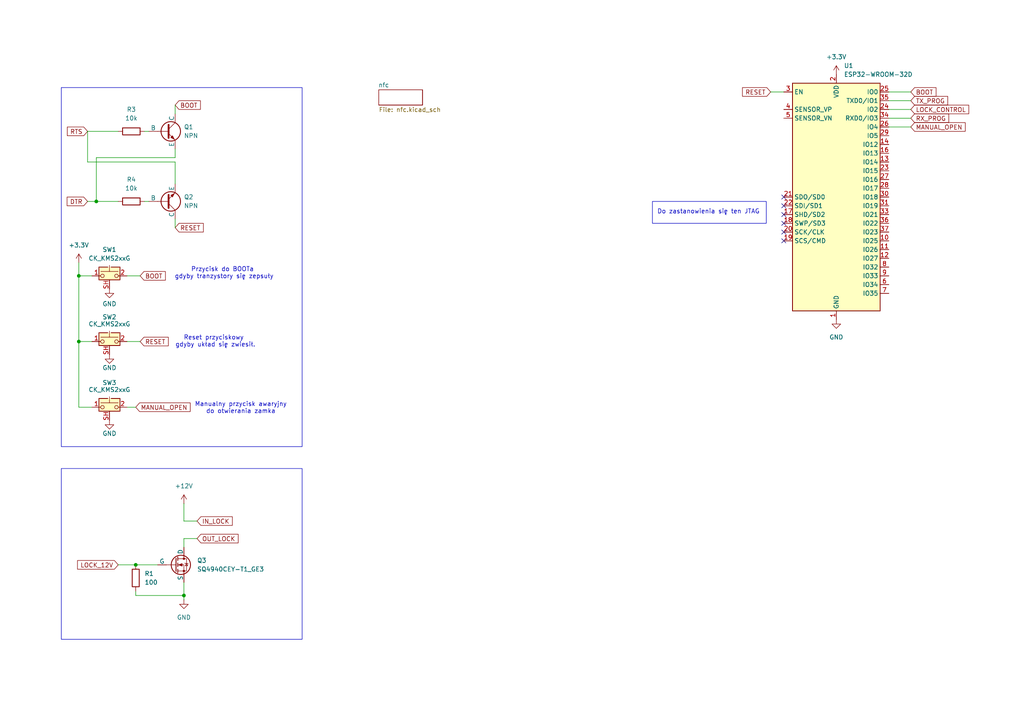
<source format=kicad_sch>
(kicad_sch (version 20231120) (generator "eeschema") (generator_version "8.0")
  (paper "A4")
  (title_block (title "Onyks IoT Control Cabinet") (rev "v0.0.1") (company "Onyks - Warsaw University of Technology"))
  (lib_symbols
    (symbol "Device:R" (pin_numbers hide) (pin_names (offset 0))
      (property "Reference" "R" (at 2.032 0 90))
      (property "Value" "R" (at 0 0 90))
      (symbol "R_0_1"
        (rectangle (start -1.016 -2.54) (end 1.016 2.54) (stroke (width 0.254)))
      )
      (symbol "R_1_1"
        (pin passive line (at 0 3.81 270) (length 1.27) (name "~") (number "1"))
        (pin passive line (at 0 -3.81 90) (length 1.27) (name "~") (number "2"))
      )
    )
    (symbol "GND_1" (power) (pin_numbers hide) (pin_names (offset 0) hide)
      (property "Value" "GND" (at 0 -3.81 0))
      (symbol "GND_1_0_1"
        (polyline (pts (xy 0 0) (xy 0 -1.27) (xy 1.27 -1.27) (xy 0 -2.54) (xy -1.27 -1.27) (xy 0 -1.27)))
      )
      (symbol "GND_1_1_1"
        (pin power_in line (at 0 0 270) (length 0) (name "~") (number "1"))
      )
    )
    (symbol "RF_Module:ESP32-WROOM-32D"
      (property "Reference" "U" (at -12.7 34.29 0))
      (property "Value" "ESP32-WROOM-32D" (at 1.27 34.29 0))
      (symbol "ESP32-WROOM-32D_0_1"
        (rectangle (start -12.7 33.02) (end 12.7 -33.02) (stroke (width 0.254)) (fill (type background)))
      )
      (symbol "ESP32-WROOM-32D_1_1"
        (pin power_in line (at 0 -35.56 90) (length 2.54) (name "GND") (number "1"))
        (pin bidirectional line (at 15.24 -12.7 180) (length 2.54) (name "IO25") (number "10"))
        (pin bidirectional line (at 15.24 -15.24 180) (length 2.54) (name "IO26") (number "11"))
        (pin bidirectional line (at 15.24 -17.78 180) (length 2.54) (name "IO27") (number "12"))
        (pin bidirectional line (at 15.24 10.16 180) (length 2.54) (name "IO14") (number "13"))
        (pin bidirectional line (at 15.24 15.24 180) (length 2.54) (name "IO12") (number "14"))
        (pin passive line (at 0 -35.56 90) (length 2.54) hide (name "GND") (number "15"))
        (pin bidirectional line (at 15.24 12.7 180) (length 2.54) (name "IO13") (number "16"))
        (pin bidirectional line (at -15.24 -5.08 0) (length 2.54) (name "SHD/SD2") (number "17"))
        (pin bidirectional line (at -15.24 -7.62 0) (length 2.54) (name "SWP/SD3") (number "18"))
        (pin bidirectional line (at -15.24 -12.7 0) (length 2.54) (name "SCS/CMD") (number "19"))
        (pin power_in line (at 0 35.56 270) (length 2.54) (name "VDD") (number "2"))
        (pin bidirectional line (at -15.24 -10.16 0) (length 2.54) (name "SCK/CLK") (number "20"))
        (pin bidirectional line (at -15.24 0 0) (length 2.54) (name "SDO/SD0") (number "21"))
        (pin bidirectional line (at -15.24 -2.54 0) (length 2.54) (name "SDI/SD1") (number "22"))
        (pin bidirectional line (at 15.24 7.62 180) (length 2.54) (name "IO15") (number "23"))
        (pin bidirectional line (at 15.24 25.4 180) (length 2.54) (name "IO2") (number "24"))
        (pin bidirectional line (at 15.24 30.48 180) (length 2.54) (name "IO0") (number "25"))
        (pin bidirectional line (at 15.24 20.32 180) (length 2.54) (name "IO4") (number "26"))
        (pin bidirectional line (at 15.24 5.08 180) (length 2.54) (name "IO16") (number "27"))
        (pin bidirectional line (at 15.24 2.54 180) (length 2.54) (name "IO17") (number "28"))
        (pin bidirectional line (at 15.24 17.78 180) (length 2.54) (name "IO5") (number "29"))
        (pin input line (at -15.24 30.48 0) (length 2.54) (name "EN") (number "3"))
        (pin bidirectional line (at 15.24 0 180) (length 2.54) (name "IO18") (number "30"))
        (pin bidirectional line (at 15.24 -2.54 180) (length 2.54) (name "IO19") (number "31"))
        (pin no_connect line (at -12.7 -27.94 0) (length 2.54) hide (name "NC") (number "32"))
        (pin bidirectional line (at 15.24 -5.08 180) (length 2.54) (name "IO21") (number "33"))
        (pin bidirectional line (at 15.24 22.86 180) (length 2.54) (name "RXD0/IO3") (number "34"))
        (pin bidirectional line (at 15.24 27.94 180) (length 2.54) (name "TXD0/IO1") (number "35"))
        (pin bidirectional line (at 15.24 -7.62 180) (length 2.54) (name "IO22") (number "36"))
        (pin bidirectional line (at 15.24 -10.16 180) (length 2.54) (name "IO23") (number "37"))
        (pin passive line (at 0 -35.56 90) (length 2.54) hide (name "GND") (number "38"))
        (pin passive line (at 0 -35.56 90) (length 2.54) hide (name "GND") (number "39"))
        (pin input line (at -15.24 25.4 0) (length 2.54) (name "SENSOR_VP") (number "4"))
        (pin input line (at -15.24 22.86 0) (length 2.54) (name "SENSOR_VN") (number "5"))
        (pin input line (at 15.24 -25.4 180) (length 2.54) (name "IO34") (number "6"))
        (pin input line (at 15.24 -27.94 180) (length 2.54) (name "IO35") (number "7"))
        (pin bidirectional line (at 15.24 -20.32 180) (length 2.54) (name "IO32") (number "8"))
        (pin bidirectional line (at 15.24 -22.86 180) (length 2.54) (name "IO33") (number "9"))
      )
    )
    (symbol "Simulation_SPICE:NMOS" (pin_numbers hide) (pin_names (offset 0))
      (property "Reference" "Q" (at 5.08 1.27 0))
      (property "Value" "NMOS" (at 5.08 -1.27 0))
      (symbol "NMOS_0_1"
        (polyline (pts (xy 0.254 0) (xy -2.54 0)))
        (polyline (pts (xy 0.254 1.905) (xy 0.254 -1.905)) (stroke (width 0.254)))
        (polyline (pts (xy 0.762 -1.27) (xy 0.762 -2.286)) (stroke (width 0.254)))
        (polyline (pts (xy 0.762 0.508) (xy 0.762 -0.508)) (stroke (width 0.254)))
        (polyline (pts (xy 0.762 2.286) (xy 0.762 1.27)) (stroke (width 0.254)))
        (polyline (pts (xy 2.54 2.54) (xy 2.54 1.778)))
        (polyline (pts (xy 2.54 -2.54) (xy 2.54 0) (xy 0.762 0)))
        (polyline (pts (xy 0.762 -1.778) (xy 3.302 -1.778) (xy 3.302 1.778) (xy 0.762 1.778)))
        (polyline (pts (xy 1.016 0) (xy 2.032 0.381) (xy 2.032 -0.381) (xy 1.016 0)) (fill (type outline)))
        (polyline (pts (xy 2.794 0.508) (xy 2.921 0.381) (xy 3.683 0.381) (xy 3.81 0.254)))
        (polyline (pts (xy 3.302 0.381) (xy 2.921 -0.254) (xy 3.683 -0.254) (xy 3.302 0.381)))
        (circle (center 1.651 0) (radius 2.794) (stroke (width 0.254)))
        (circle (center 2.54 -1.778) (radius 0.254) (fill (type outline)))
        (circle (center 2.54 1.778) (radius 0.254) (fill (type outline)))
      )
      (symbol "NMOS_1_1"
        (pin passive line (at 2.54 5.08 270) (length 2.54) (name "D") (number "1"))
        (pin input line (at -5.08 0 0) (length 2.54) (name "G") (number "2"))
        (pin passive line (at 2.54 -5.08 90) (length 2.54) (name "S") (number "3"))
      )
    )
    (symbol "Simulation_SPICE:NPN" (pin_numbers hide) (pin_names (offset 0))
      (property "Reference" "Q" (at -2.54 7.62 0))
      (property "Value" "NPN" (at -2.54 5.08 0))
      (symbol "NPN_0_1"
        (polyline (pts (xy -2.54 0) (xy 0.635 0)) (stroke (width 0.1524)))
        (polyline (pts (xy 0.635 0.635) (xy 2.54 2.54)))
        (polyline (pts (xy 2.794 -1.27) (xy 2.794 -1.27)) (stroke (width 0.1524)))
        (polyline (pts (xy 2.794 -1.27) (xy 2.794 -1.27)) (stroke (width 0.1524)))
        (polyline (pts (xy 0.635 -0.635) (xy 2.54 -2.54) (xy 2.54 -2.54)))
        (polyline (pts (xy 0.635 1.905) (xy 0.635 -1.905) (xy 0.635 -1.905)) (stroke (width 0.508)))
        (polyline (pts (xy 1.27 -1.778) (xy 1.778 -1.27) (xy 2.286 -2.286) (xy 1.27 -1.778) (xy 1.27 -1.778)) (fill (type outline)))
        (circle (center 1.27 0) (radius 2.8194) (stroke (width 0.254)))
      )
      (symbol "NPN_1_1"
        (pin open_collector line (at 2.54 5.08 270) (length 2.54) (name "C") (number "1"))
        (pin input line (at -5.08 0 0) (length 2.54) (name "B") (number "2"))
        (pin open_emitter line (at 2.54 -5.08 90) (length 2.54) (name "E") (number "3"))
      )
    )
    (symbol "Switch:CK_KMS2xxG" (pin_names (offset 1.016) hide)
      (property "Reference" "SW" (at 4.318 2.032 0))
      (property "Value" "CK_KMS2xxG" (at 0 4.572 0))
      (symbol "CK_KMS2xxG_0_1"
        (circle (center -2.032 0) (radius 0.508))
        (polyline (pts (xy 0 1.27) (xy 0 3.048)))
        (polyline (pts (xy 2.54 1.27) (xy -2.54 1.27)))
        (polyline (pts (xy 0.508 2.54) (xy 3.048 2.54) (xy 3.048 -1.143) (xy -3.048 -1.143) (xy -3.048 2.54) (xy -0.508 2.54)) (stroke (width -0.0254)))
        (polyline (pts (xy 0.508 2.54) (xy 3.048 2.54) (xy 3.048 -1.143) (xy -3.048 -1.143) (xy -3.048 2.54) (xy -0.508 2.54)) (stroke (width 0.254)))
        (circle (center 2.032 0) (radius 0.508))
        (pin passive line (at -5.08 0 0) (length 2.54) (name "1") (number "1"))
        (pin passive line (at 5.08 0 180) (length 2.54) (name "2") (number "2"))
      )
      (symbol "CK_KMS2xxG_1_1"
        (rectangle (start -3.048 2.54) (end 3.048 -1.27) (stroke (width -0.0254)) (fill (type background)))
        (pin passive line (at 0 -3.81 90) (length 2.54) (name "B") (number "SH"))
      )
    )
    (symbol "power:+12V" (power) (pin_numbers hide) (pin_names (offset 0) hide)
      (property "Value" "+12V" (at 0 3.556 0))
      (symbol "+12V_0_1"
        (polyline (pts (xy -0.762 1.27) (xy 0 2.54)))
        (polyline (pts (xy 0 0) (xy 0 2.54)))
        (polyline (pts (xy 0 2.54) (xy 0.762 1.27)))
      )
      (symbol "+12V_1_1"
        (pin power_in line (at 0 0 90) (length 0) (name "~") (number "1"))
      )
    )
    (symbol "power:+3.3V" (power) (pin_names (offset 0))
      (property "Value" "+3.3V" (at 0 3.556 0))
      (symbol "+3.3V_0_1"
        (polyline (pts (xy -0.762 1.27) (xy 0 2.54)))
        (polyline (pts (xy 0 0) (xy 0 2.54)))
        (polyline (pts (xy 0 2.54) (xy 0.762 1.27)))
      )
      (symbol "+3.3V_1_1"
        (pin power_in line (at 0 0 90) (length 0) hide (name "+3.3V") (number "1"))
      )
    )
    (symbol "power:GND" (power) (pin_names (offset 0))
      (property "Value" "GND" (at 0 -3.81 0))
      (symbol "GND_0_1"
        (polyline (pts (xy 0 0) (xy 0 -1.27) (xy 1.27 -1.27) (xy 0 -2.54) (xy -1.27 -1.27) (xy 0 -1.27)))
      )
      (symbol "GND_1_1"
        (pin power_in line (at 0 0 270) (length 0) hide (name "GND") (number "1"))
      )
    )
  )
  (junction (at 22.86 80.01))
  (junction (at 39.37 163.83))
  (junction (at 27.94 58.42))
  (junction (at 22.86 99.06))
  (junction (at 53.34 172.72))
  (no_connect (at 227.33 57.15))
  (no_connect (at 227.33 64.77))
  (no_connect (at 227.33 62.23))
  (no_connect (at 227.33 59.69))
  (no_connect (at 227.33 67.31))
  (no_connect (at 227.33 69.85))
  (wire (pts (xy 34.29 58.42) (xy 27.94 58.42)))
  (wire (pts (xy 53.34 146.05) (xy 53.34 151.13)))
  (wire (pts (xy 39.37 118.11) (xy 36.83 118.11)))
  (wire (pts (xy 257.81 29.21) (xy 264.16 29.21)))
  (wire (pts (xy 257.81 31.75) (xy 264.16 31.75)))
  (wire (pts (xy 25.4 38.1) (xy 25.4 46.99)))
  (wire (pts (xy 34.29 38.1) (xy 25.4 38.1)))
  (wire (pts (xy 257.81 36.83) (xy 264.16 36.83)))
  (wire (pts (xy 22.86 80.01) (xy 22.86 99.06)))
  (wire (pts (xy 43.18 38.1) (xy 41.91 38.1)))
  (wire (pts (xy 50.8 63.5) (xy 50.8 66.04)))
  (wire (pts (xy 39.37 172.72) (xy 53.34 172.72)))
  (wire (pts (xy 27.94 45.72) (xy 27.94 58.42)))
  (wire (pts (xy 39.37 163.83) (xy 45.72 163.83)))
  (wire (pts (xy 223.52 26.67) (xy 227.33 26.67)))
  (wire (pts (xy 50.8 46.99) (xy 25.4 46.99)))
  (wire (pts (xy 26.67 118.11) (xy 22.86 118.11)))
  (wire (pts (xy 57.15 151.13) (xy 53.34 151.13)))
  (wire (pts (xy 39.37 171.45) (xy 39.37 172.72)))
  (wire (pts (xy 50.8 30.48) (xy 50.8 33.02)))
  (wire (pts (xy 50.8 45.72) (xy 27.94 45.72)))
  (wire (pts (xy 26.67 99.06) (xy 22.86 99.06)))
  (wire (pts (xy 50.8 53.34) (xy 50.8 46.99)))
  (wire (pts (xy 36.83 80.01) (xy 40.64 80.01)))
  (wire (pts (xy 53.34 168.91) (xy 53.34 172.72)))
  (wire (pts (xy 50.8 43.18) (xy 50.8 45.72)))
  (wire (pts (xy 257.81 26.67) (xy 264.16 26.67)))
  (wire (pts (xy 43.18 58.42) (xy 41.91 58.42)))
  (wire (pts (xy 27.94 58.42) (xy 25.4 58.42)))
  (wire (pts (xy 22.86 76.2) (xy 22.86 80.01)))
  (wire (pts (xy 53.34 172.72) (xy 53.34 173.99)))
  (wire (pts (xy 26.67 80.01) (xy 22.86 80.01)))
  (wire (pts (xy 34.29 163.83) (xy 39.37 163.83)))
  (wire (pts (xy 36.83 99.06) (xy 40.64 99.06)))
  (wire (pts (xy 57.15 156.21) (xy 53.34 156.21)))
  (wire (pts (xy 22.86 99.06) (xy 22.86 118.11)))
  (wire (pts (xy 53.34 156.21) (xy 53.34 158.75)))
  (wire (pts (xy 257.81 34.29) (xy 264.16 34.29)))
  (rectangle (start 189.23 58.42) (end 222.25 64.77))
  (rectangle (start 17.78 25.4) (end 87.63 129.54))
  (rectangle (start 17.78 135.89) (end 87.63 185.42))
  (text "Przycisk do BOOTa \ngdyby tranzystory się zepsuły" (at 65.024 79.248 0) (effects (font (size 1.27 1.27))))
  (text "Manualny przycisk awaryjny\ndo otwierania zamka" (at 69.85 118.364 0) (effects (font (size 1.27 1.27))))
  (text "Reset przyciskowy \ngdyby układ się zwiesił." (at 62.484 99.06 0) (effects (font (size 1.27 1.27))))
  (text "Do zastanowienia się ten JTAG" (at 205.486 61.468 0) (effects (font (size 1.27 1.27))))
  (global_label "IN_LOCK" (shape input) (at 57.15 151.13 0) (property "Intersheetrefs" "${INTERSHEET_REFS}" (effects (hide yes))))
  (global_label "MANUAL_OPEN" (shape input) (at 264.16 36.83 0) (property "Intersheetrefs" "${INTERSHEET_REFS}" (effects (hide yes))))
  (global_label "BOOT" (shape input) (at 50.8 30.48 0) (property "Intersheetrefs" "${INTERSHEET_REFS}" (effects (hide yes))))
  (global_label "BOOT" (shape input) (at 264.16 26.67 0) (property "Intersheetrefs" "${INTERSHEET_REFS}" (effects (hide yes))))
  (global_label "MANUAL_OPEN" (shape input) (at 39.37 118.11 0) (property "Intersheetrefs" "${INTERSHEET_REFS}" (effects (hide yes))))
  (global_label "BOOT" (shape input) (at 40.64 80.01 0) (property "Intersheetrefs" "${INTERSHEET_REFS}" (effects (hide yes))))
  (global_label "LOCK_12V" (shape input) (at 34.29 163.83 180) (property "Intersheetrefs" "${INTERSHEET_REFS}" (effects (hide yes))))
  (global_label "TX_PROG" (shape input) (at 264.16 29.21 0) (property "Intersheetrefs" "${INTERSHEET_REFS}" (effects (hide yes))))
  (global_label "RESET" (shape input) (at 50.8 66.04 0) (property "Intersheetrefs" "${INTERSHEET_REFS}" (effects (hide yes))))
  (global_label "RESET" (shape input) (at 223.52 26.67 180) (property "Intersheetrefs" "${INTERSHEET_REFS}" (effects (hide yes))))
  (global_label "RTS" (shape input) (at 25.4 38.1 180) (property "Intersheetrefs" "${INTERSHEET_REFS}" (effects (hide yes))))
  (global_label "LOCK_CONTROL" (shape input) (at 264.16 31.75 0) (property "Intersheetrefs" "${INTERSHEET_REFS}" (effects (hide yes))))
  (global_label "RESET" (shape input) (at 40.64 99.06 0) (property "Intersheetrefs" "${INTERSHEET_REFS}" (effects (hide yes))))
  (global_label "RX_PROG" (shape input) (at 264.16 34.29 0) (property "Intersheetrefs" "${INTERSHEET_REFS}" (effects (hide yes))))
  (global_label "DTR" (shape input) (at 25.4 58.42 180) (property "Intersheetrefs" "${INTERSHEET_REFS}" (effects (hide yes))))
  (global_label "OUT_LOCK" (shape input) (at 57.15 156.21 0) (property "Intersheetrefs" "${INTERSHEET_REFS}" (effects (hide yes))))
  (symbol (lib_name "GND_1") (lib_id "power:GND") (at 53.34 173.99 0) (unit 1)
    (property "Reference" "#PWR06" (effects (hide yes)))
    (property "Value" "GND" (at 53.34 179.07 0))
    (property "Description" "Power symbol creates a global label with name \"GND\" , ground" (effects (hide yes)))
  )
  (symbol (lib_id "Simulation_SPICE:NPN") (at 48.26 58.42 0) (mirror x) (unit 1)
    (property "Reference" "Q2" (at 53.34 57.1499 0) (effects (justify left)))
    (property "Value" "NPN" (at 53.34 59.6899 0) (effects (justify left)))
    (property "Datasheet" "https://ngspice.sourceforge.io/docs/ngspice-html-manual/manual.xhtml#cha_BJTs" (effects (hide yes)))
    (property "Description" "Bipolar transistor symbol for simulation only, substrate tied to the emitter" (effects (hide yes)))
    (property "Sim.Device" "NPN" (effects (hide yes)))
    (property "Sim.Type" "GUMMELPOON" (effects (hide yes)))
    (property "Sim.Pins" "1=C 2=B 3=E" (effects (hide yes)))
  )
  (symbol (lib_id "power:GND") (at 31.75 83.82 0) (unit 1)
    (property "Reference" "#PWR04" (effects (hide yes)))
    (property "Value" "GND" (at 31.75 88.138 0))
  )
  (symbol (lib_id "Device:R") (at 38.1 58.42 270) (mirror x) (unit 1)
    (property "Reference" "R4" (at 38.1 52.07 90))
    (property "Value" "10k" (at 38.1 54.61 90))
    (property "Description" "Resistor" (effects (hide yes)))
  )
  (symbol (lib_id "RF_Module:ESP32-WROOM-32D") (at 242.57 57.15 0) (unit 1)
    (property "Reference" "U1" (at 244.7641 19.05 0) (effects (justify left)))
    (property "Value" "ESP32-WROOM-32D" (at 244.7641 21.59 0) (effects (justify left)))
    (property "Footprint" "RF_Module:ESP32-WROOM-32D" (effects (hide yes)))
    (property "Datasheet" "https://www.espressif.com/sites/default/files/documentation/esp32-wroom-32d_esp32-wroom-32u_datasheet_en.pdf" (effects (hide yes)))
  )
  (symbol (lib_id "Switch:CK_KMS2xxG") (at 31.75 118.11 0) (unit 1)
    (property "Reference" "SW3" (at 31.75 110.998 0))
    (property "Value" "CK_KMS2xxG" (at 31.75 113.03 0))
    (property "Footprint" "Button_Switch_SMD:SW_SPST_CK_KMS2xxGP" (effects (hide yes)))
    (property "Datasheet" "https://www.ckswitches.com/media/1482/kms.pdf" (effects (hide yes)))
    (property "Description" "Microminiature SMT Side Actuated, 4.2 x 2.8 x 1.42mm, without pegs, with shield pin" (effects (hide yes)))
  )
  (symbol (lib_id "Device:R") (at 38.1 38.1 270) (mirror x) (unit 1)
    (property "Reference" "R3" (at 38.1 31.75 90))
    (property "Value" "10k" (at 38.1 34.29 90))
    (property "Description" "Resistor" (effects (hide yes)))
  )
  (symbol (lib_id "power:+12V") (at 53.34 146.05 0) (unit 1)
    (property "Reference" "#PWR07" (effects (hide yes)))
    (property "Value" "+12V" (at 53.34 140.97 0))
    (property "Description" "Power symbol creates a global label with name \"+12V\"" (effects (hide yes)))
  )
  (symbol (lib_id "Device:R") (at 39.37 167.64 0) (unit 1)
    (property "Reference" "R1" (at 41.91 166.3699 0) (effects (justify left)))
    (property "Value" "100" (at 41.91 168.9099 0) (effects (justify left)))
    (property "Description" "Resistor" (effects (hide yes)))
  )
  (symbol (lib_id "Switch:CK_KMS2xxG") (at 31.75 80.01 0) (unit 1)
    (property "Reference" "SW1" (at 31.75 72.39 0))
    (property "Value" "CK_KMS2xxG" (at 31.75 74.93 0))
    (property "Footprint" "Button_Switch_SMD:SW_SPST_CK_KMS2xxGP" (effects (hide yes)))
    (property "Datasheet" "https://www.ckswitches.com/media/1482/kms.pdf" (effects (hide yes)))
    (property "Description" "Microminiature SMT Side Actuated, 4.2 x 2.8 x 1.42mm, without pegs, with shield pin" (effects (hide yes)))
  )
  (symbol (lib_id "power:GND") (at 31.75 121.92 0) (unit 1)
    (property "Reference" "#PWR08" (effects (hide yes)))
    (property "Value" "GND" (at 31.75 125.73 0))
  )
  (symbol (lib_id "power:+3.3V") (at 22.86 76.2 0) (unit 1)
    (property "Reference" "#PWR03" (effects (hide yes)))
    (property "Value" "+3.3V" (at 22.86 71.12 0))
  )
  (symbol (lib_id "Switch:CK_KMS2xxG") (at 31.75 99.06 0) (unit 1)
    (property "Reference" "SW2" (at 31.75 91.948 0))
    (property "Value" "CK_KMS2xxG" (at 31.75 93.98 0))
    (property "Footprint" "Button_Switch_SMD:SW_SPST_CK_KMS2xxGP" (effects (hide yes)))
    (property "Datasheet" "https://www.ckswitches.com/media/1482/kms.pdf" (effects (hide yes)))
    (property "Description" "Microminiature SMT Side Actuated, 4.2 x 2.8 x 1.42mm, without pegs, with shield pin" (effects (hide yes)))
  )
  (symbol (lib_id "power:GND") (at 31.75 102.87 0) (unit 1)
    (property "Reference" "#PWR05" (effects (hide yes)))
    (property "Value" "GND" (at 31.75 106.68 0))
  )
  (symbol (lib_id "power:+3.3V") (at 242.57 21.59 0) (unit 1)
    (property "Reference" "#PWR02" (effects (hide yes)))
    (property "Value" "+3.3V" (at 242.57 16.51 0))
  )
  (symbol (lib_id "power:GND") (at 242.57 92.71 0) (unit 1)
    (property "Reference" "#PWR01" (effects (hide yes)))
    (property "Value" "GND" (at 242.57 97.79 0))
  )
  (symbol (lib_id "Simulation_SPICE:NPN") (at 48.26 38.1 0) (unit 1)
    (property "Reference" "Q1" (at 53.34 36.8299 0) (effects (justify left)))
    (property "Value" "NPN" (at 53.34 39.3699 0) (effects (justify left)))
    (property "Datasheet" "https://ngspice.sourceforge.io/docs/ngspice-html-manual/manual.xhtml#cha_BJTs" (effects (hide yes)))
    (property "Description" "Bipolar transistor symbol for simulation only, substrate tied to the emitter" (effects (hide yes)))
    (property "Sim.Device" "NPN" (effects (hide yes)))
    (property "Sim.Type" "GUMMELPOON" (effects (hide yes)))
    (property "Sim.Pins" "1=C 2=B 3=E" (effects (hide yes)))
  )
  (symbol (lib_id "Simulation_SPICE:NMOS") (at 50.8 163.83 0) (unit 1)
    (property "Reference" "Q3" (at 57.15 162.5599 0) (effects (justify left)))
    (property "Value" "SQ4940CEY-T1_GE3" (at 57.15 165.0999 0) (effects (justify left)))
    (property "Datasheet" "https://ngspice.sourceforge.io/docs/ngspice-html-manual/manual.xhtml#cha_MOSFETs" (effects (hide yes)))
    (property "Description" "N-MOSFET transistor, drain/source/gate" (effects (hide yes)))
    (property "Sim.Device" "NMOS" (effects (hide yes)))
    (property "Sim.Type" "VDMOS" (effects (hide yes)))
    (property "Sim.Pins" "1=D 2=G 3=S" (effects (hide yes)))
  )
  (sheet (at 109.855 26.035) (size 12.7 4.445) (stroke (width 0.1524))
    (property "Sheetname" "nfc" (at 109.728 25.4 0) (effects (justify left bottom)))
    (property "Sheetfile" "nfc.kicad_sch" (at 109.855 31.0646 0) (effects (justify left top)))
  )
)
</source>
